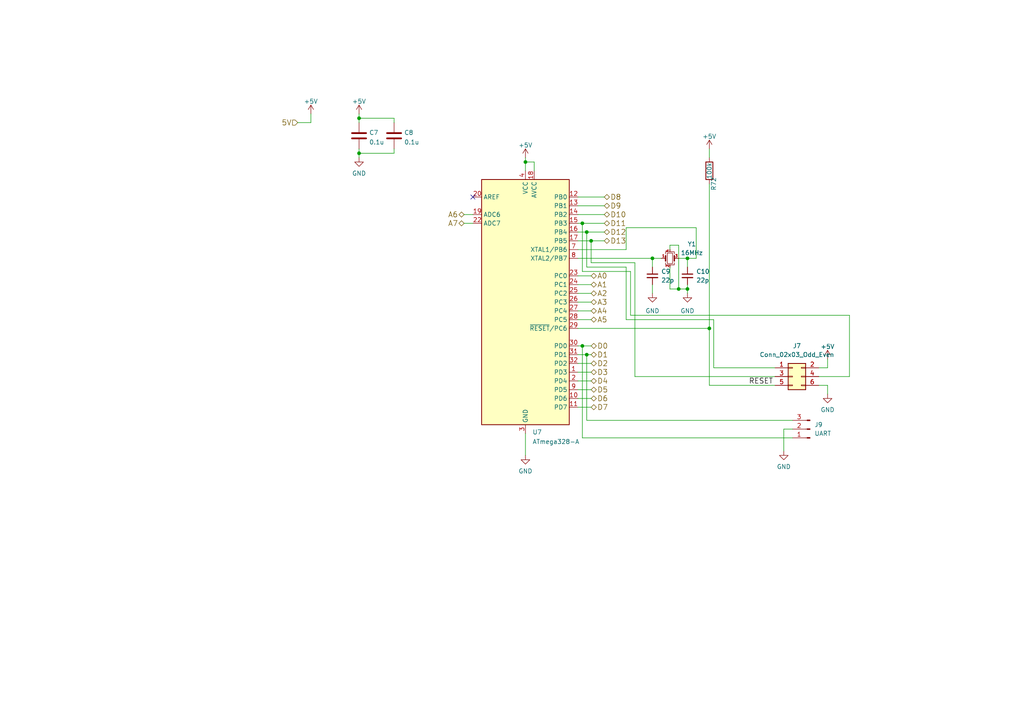
<source format=kicad_sch>
(kicad_sch (version 20211123) (generator eeschema)

  (uuid 84e0fbe8-5d0e-4f1c-8fc3-f232ddea65d5)

  (paper "A4")

  (lib_symbols
    (symbol "Connector:Conn_01x03_Male" (pin_names (offset 1.016) hide) (in_bom yes) (on_board yes)
      (property "Reference" "J" (id 0) (at 0 5.08 0)
        (effects (font (size 1.27 1.27)))
      )
      (property "Value" "Conn_01x03_Male" (id 1) (at 0 -5.08 0)
        (effects (font (size 1.27 1.27)))
      )
      (property "Footprint" "" (id 2) (at 0 0 0)
        (effects (font (size 1.27 1.27)) hide)
      )
      (property "Datasheet" "~" (id 3) (at 0 0 0)
        (effects (font (size 1.27 1.27)) hide)
      )
      (property "ki_keywords" "connector" (id 4) (at 0 0 0)
        (effects (font (size 1.27 1.27)) hide)
      )
      (property "ki_description" "Generic connector, single row, 01x03, script generated (kicad-library-utils/schlib/autogen/connector/)" (id 5) (at 0 0 0)
        (effects (font (size 1.27 1.27)) hide)
      )
      (property "ki_fp_filters" "Connector*:*_1x??_*" (id 6) (at 0 0 0)
        (effects (font (size 1.27 1.27)) hide)
      )
      (symbol "Conn_01x03_Male_1_1"
        (polyline
          (pts
            (xy 1.27 -2.54)
            (xy 0.8636 -2.54)
          )
          (stroke (width 0.1524) (type default) (color 0 0 0 0))
          (fill (type none))
        )
        (polyline
          (pts
            (xy 1.27 0)
            (xy 0.8636 0)
          )
          (stroke (width 0.1524) (type default) (color 0 0 0 0))
          (fill (type none))
        )
        (polyline
          (pts
            (xy 1.27 2.54)
            (xy 0.8636 2.54)
          )
          (stroke (width 0.1524) (type default) (color 0 0 0 0))
          (fill (type none))
        )
        (rectangle (start 0.8636 -2.413) (end 0 -2.667)
          (stroke (width 0.1524) (type default) (color 0 0 0 0))
          (fill (type outline))
        )
        (rectangle (start 0.8636 0.127) (end 0 -0.127)
          (stroke (width 0.1524) (type default) (color 0 0 0 0))
          (fill (type outline))
        )
        (rectangle (start 0.8636 2.667) (end 0 2.413)
          (stroke (width 0.1524) (type default) (color 0 0 0 0))
          (fill (type outline))
        )
        (pin passive line (at 5.08 2.54 180) (length 3.81)
          (name "Pin_1" (effects (font (size 1.27 1.27))))
          (number "1" (effects (font (size 1.27 1.27))))
        )
        (pin passive line (at 5.08 0 180) (length 3.81)
          (name "Pin_2" (effects (font (size 1.27 1.27))))
          (number "2" (effects (font (size 1.27 1.27))))
        )
        (pin passive line (at 5.08 -2.54 180) (length 3.81)
          (name "Pin_3" (effects (font (size 1.27 1.27))))
          (number "3" (effects (font (size 1.27 1.27))))
        )
      )
    )
    (symbol "Connector_Generic:Conn_02x03_Odd_Even" (pin_names (offset 1.016) hide) (in_bom yes) (on_board yes)
      (property "Reference" "J" (id 0) (at 1.27 5.08 0)
        (effects (font (size 1.27 1.27)))
      )
      (property "Value" "Conn_02x03_Odd_Even" (id 1) (at 1.27 -5.08 0)
        (effects (font (size 1.27 1.27)))
      )
      (property "Footprint" "" (id 2) (at 0 0 0)
        (effects (font (size 1.27 1.27)) hide)
      )
      (property "Datasheet" "~" (id 3) (at 0 0 0)
        (effects (font (size 1.27 1.27)) hide)
      )
      (property "ki_keywords" "connector" (id 4) (at 0 0 0)
        (effects (font (size 1.27 1.27)) hide)
      )
      (property "ki_description" "Generic connector, double row, 02x03, odd/even pin numbering scheme (row 1 odd numbers, row 2 even numbers), script generated (kicad-library-utils/schlib/autogen/connector/)" (id 5) (at 0 0 0)
        (effects (font (size 1.27 1.27)) hide)
      )
      (property "ki_fp_filters" "Connector*:*_2x??_*" (id 6) (at 0 0 0)
        (effects (font (size 1.27 1.27)) hide)
      )
      (symbol "Conn_02x03_Odd_Even_1_1"
        (rectangle (start -1.27 -2.413) (end 0 -2.667)
          (stroke (width 0.1524) (type default) (color 0 0 0 0))
          (fill (type none))
        )
        (rectangle (start -1.27 0.127) (end 0 -0.127)
          (stroke (width 0.1524) (type default) (color 0 0 0 0))
          (fill (type none))
        )
        (rectangle (start -1.27 2.667) (end 0 2.413)
          (stroke (width 0.1524) (type default) (color 0 0 0 0))
          (fill (type none))
        )
        (rectangle (start -1.27 3.81) (end 3.81 -3.81)
          (stroke (width 0.254) (type default) (color 0 0 0 0))
          (fill (type background))
        )
        (rectangle (start 3.81 -2.413) (end 2.54 -2.667)
          (stroke (width 0.1524) (type default) (color 0 0 0 0))
          (fill (type none))
        )
        (rectangle (start 3.81 0.127) (end 2.54 -0.127)
          (stroke (width 0.1524) (type default) (color 0 0 0 0))
          (fill (type none))
        )
        (rectangle (start 3.81 2.667) (end 2.54 2.413)
          (stroke (width 0.1524) (type default) (color 0 0 0 0))
          (fill (type none))
        )
        (pin passive line (at -5.08 2.54 0) (length 3.81)
          (name "Pin_1" (effects (font (size 1.27 1.27))))
          (number "1" (effects (font (size 1.27 1.27))))
        )
        (pin passive line (at 7.62 2.54 180) (length 3.81)
          (name "Pin_2" (effects (font (size 1.27 1.27))))
          (number "2" (effects (font (size 1.27 1.27))))
        )
        (pin passive line (at -5.08 0 0) (length 3.81)
          (name "Pin_3" (effects (font (size 1.27 1.27))))
          (number "3" (effects (font (size 1.27 1.27))))
        )
        (pin passive line (at 7.62 0 180) (length 3.81)
          (name "Pin_4" (effects (font (size 1.27 1.27))))
          (number "4" (effects (font (size 1.27 1.27))))
        )
        (pin passive line (at -5.08 -2.54 0) (length 3.81)
          (name "Pin_5" (effects (font (size 1.27 1.27))))
          (number "5" (effects (font (size 1.27 1.27))))
        )
        (pin passive line (at 7.62 -2.54 180) (length 3.81)
          (name "Pin_6" (effects (font (size 1.27 1.27))))
          (number "6" (effects (font (size 1.27 1.27))))
        )
      )
    )
    (symbol "Device:C" (pin_numbers hide) (pin_names (offset 0.254)) (in_bom yes) (on_board yes)
      (property "Reference" "C" (id 0) (at 0.635 2.54 0)
        (effects (font (size 1.27 1.27)) (justify left))
      )
      (property "Value" "C" (id 1) (at 0.635 -2.54 0)
        (effects (font (size 1.27 1.27)) (justify left))
      )
      (property "Footprint" "" (id 2) (at 0.9652 -3.81 0)
        (effects (font (size 1.27 1.27)) hide)
      )
      (property "Datasheet" "~" (id 3) (at 0 0 0)
        (effects (font (size 1.27 1.27)) hide)
      )
      (property "ki_keywords" "cap capacitor" (id 4) (at 0 0 0)
        (effects (font (size 1.27 1.27)) hide)
      )
      (property "ki_description" "Unpolarized capacitor" (id 5) (at 0 0 0)
        (effects (font (size 1.27 1.27)) hide)
      )
      (property "ki_fp_filters" "C_*" (id 6) (at 0 0 0)
        (effects (font (size 1.27 1.27)) hide)
      )
      (symbol "C_0_1"
        (polyline
          (pts
            (xy -2.032 -0.762)
            (xy 2.032 -0.762)
          )
          (stroke (width 0.508) (type default) (color 0 0 0 0))
          (fill (type none))
        )
        (polyline
          (pts
            (xy -2.032 0.762)
            (xy 2.032 0.762)
          )
          (stroke (width 0.508) (type default) (color 0 0 0 0))
          (fill (type none))
        )
      )
      (symbol "C_1_1"
        (pin passive line (at 0 3.81 270) (length 2.794)
          (name "~" (effects (font (size 1.27 1.27))))
          (number "1" (effects (font (size 1.27 1.27))))
        )
        (pin passive line (at 0 -3.81 90) (length 2.794)
          (name "~" (effects (font (size 1.27 1.27))))
          (number "2" (effects (font (size 1.27 1.27))))
        )
      )
    )
    (symbol "Device:C_Small" (pin_numbers hide) (pin_names (offset 0.254) hide) (in_bom yes) (on_board yes)
      (property "Reference" "C" (id 0) (at 0.254 1.778 0)
        (effects (font (size 1.27 1.27)) (justify left))
      )
      (property "Value" "C_Small" (id 1) (at 0.254 -2.032 0)
        (effects (font (size 1.27 1.27)) (justify left))
      )
      (property "Footprint" "" (id 2) (at 0 0 0)
        (effects (font (size 1.27 1.27)) hide)
      )
      (property "Datasheet" "~" (id 3) (at 0 0 0)
        (effects (font (size 1.27 1.27)) hide)
      )
      (property "ki_keywords" "capacitor cap" (id 4) (at 0 0 0)
        (effects (font (size 1.27 1.27)) hide)
      )
      (property "ki_description" "Unpolarized capacitor, small symbol" (id 5) (at 0 0 0)
        (effects (font (size 1.27 1.27)) hide)
      )
      (property "ki_fp_filters" "C_*" (id 6) (at 0 0 0)
        (effects (font (size 1.27 1.27)) hide)
      )
      (symbol "C_Small_0_1"
        (polyline
          (pts
            (xy -1.524 -0.508)
            (xy 1.524 -0.508)
          )
          (stroke (width 0.3302) (type default) (color 0 0 0 0))
          (fill (type none))
        )
        (polyline
          (pts
            (xy -1.524 0.508)
            (xy 1.524 0.508)
          )
          (stroke (width 0.3048) (type default) (color 0 0 0 0))
          (fill (type none))
        )
      )
      (symbol "C_Small_1_1"
        (pin passive line (at 0 2.54 270) (length 2.032)
          (name "~" (effects (font (size 1.27 1.27))))
          (number "1" (effects (font (size 1.27 1.27))))
        )
        (pin passive line (at 0 -2.54 90) (length 2.032)
          (name "~" (effects (font (size 1.27 1.27))))
          (number "2" (effects (font (size 1.27 1.27))))
        )
      )
    )
    (symbol "Device:Crystal_GND24_Small" (pin_names (offset 1.016) hide) (in_bom yes) (on_board yes)
      (property "Reference" "Y" (id 0) (at 1.27 4.445 0)
        (effects (font (size 1.27 1.27)) (justify left))
      )
      (property "Value" "Crystal_GND24_Small" (id 1) (at 1.27 2.54 0)
        (effects (font (size 1.27 1.27)) (justify left))
      )
      (property "Footprint" "" (id 2) (at 0 0 0)
        (effects (font (size 1.27 1.27)) hide)
      )
      (property "Datasheet" "~" (id 3) (at 0 0 0)
        (effects (font (size 1.27 1.27)) hide)
      )
      (property "ki_keywords" "quartz ceramic resonator oscillator" (id 4) (at 0 0 0)
        (effects (font (size 1.27 1.27)) hide)
      )
      (property "ki_description" "Four pin crystal, GND on pins 2 and 4, small symbol" (id 5) (at 0 0 0)
        (effects (font (size 1.27 1.27)) hide)
      )
      (property "ki_fp_filters" "Crystal*" (id 6) (at 0 0 0)
        (effects (font (size 1.27 1.27)) hide)
      )
      (symbol "Crystal_GND24_Small_0_1"
        (rectangle (start -0.762 -1.524) (end 0.762 1.524)
          (stroke (width 0) (type default) (color 0 0 0 0))
          (fill (type none))
        )
        (polyline
          (pts
            (xy -1.27 -0.762)
            (xy -1.27 0.762)
          )
          (stroke (width 0.381) (type default) (color 0 0 0 0))
          (fill (type none))
        )
        (polyline
          (pts
            (xy 1.27 -0.762)
            (xy 1.27 0.762)
          )
          (stroke (width 0.381) (type default) (color 0 0 0 0))
          (fill (type none))
        )
        (polyline
          (pts
            (xy -1.27 -1.27)
            (xy -1.27 -1.905)
            (xy 1.27 -1.905)
            (xy 1.27 -1.27)
          )
          (stroke (width 0) (type default) (color 0 0 0 0))
          (fill (type none))
        )
        (polyline
          (pts
            (xy -1.27 1.27)
            (xy -1.27 1.905)
            (xy 1.27 1.905)
            (xy 1.27 1.27)
          )
          (stroke (width 0) (type default) (color 0 0 0 0))
          (fill (type none))
        )
      )
      (symbol "Crystal_GND24_Small_1_1"
        (pin passive line (at -2.54 0 0) (length 1.27)
          (name "1" (effects (font (size 1.27 1.27))))
          (number "1" (effects (font (size 0.762 0.762))))
        )
        (pin passive line (at 0 -2.54 90) (length 0.635)
          (name "2" (effects (font (size 1.27 1.27))))
          (number "2" (effects (font (size 0.762 0.762))))
        )
        (pin passive line (at 2.54 0 180) (length 1.27)
          (name "3" (effects (font (size 1.27 1.27))))
          (number "3" (effects (font (size 0.762 0.762))))
        )
        (pin passive line (at 0 2.54 270) (length 0.635)
          (name "4" (effects (font (size 1.27 1.27))))
          (number "4" (effects (font (size 0.762 0.762))))
        )
      )
    )
    (symbol "Device:R" (pin_numbers hide) (pin_names (offset 0)) (in_bom yes) (on_board yes)
      (property "Reference" "R" (id 0) (at 2.032 0 90)
        (effects (font (size 1.27 1.27)))
      )
      (property "Value" "R" (id 1) (at 0 0 90)
        (effects (font (size 1.27 1.27)))
      )
      (property "Footprint" "" (id 2) (at -1.778 0 90)
        (effects (font (size 1.27 1.27)) hide)
      )
      (property "Datasheet" "~" (id 3) (at 0 0 0)
        (effects (font (size 1.27 1.27)) hide)
      )
      (property "ki_keywords" "R res resistor" (id 4) (at 0 0 0)
        (effects (font (size 1.27 1.27)) hide)
      )
      (property "ki_description" "Resistor" (id 5) (at 0 0 0)
        (effects (font (size 1.27 1.27)) hide)
      )
      (property "ki_fp_filters" "R_*" (id 6) (at 0 0 0)
        (effects (font (size 1.27 1.27)) hide)
      )
      (symbol "R_0_1"
        (rectangle (start -1.016 -2.54) (end 1.016 2.54)
          (stroke (width 0.254) (type default) (color 0 0 0 0))
          (fill (type none))
        )
      )
      (symbol "R_1_1"
        (pin passive line (at 0 3.81 270) (length 1.27)
          (name "~" (effects (font (size 1.27 1.27))))
          (number "1" (effects (font (size 1.27 1.27))))
        )
        (pin passive line (at 0 -3.81 90) (length 1.27)
          (name "~" (effects (font (size 1.27 1.27))))
          (number "2" (effects (font (size 1.27 1.27))))
        )
      )
    )
    (symbol "MCU_Microchip_ATmega:ATmega328-A" (in_bom yes) (on_board yes)
      (property "Reference" "U" (id 0) (at -12.7 36.83 0)
        (effects (font (size 1.27 1.27)) (justify left bottom))
      )
      (property "Value" "ATmega328-A" (id 1) (at 2.54 -36.83 0)
        (effects (font (size 1.27 1.27)) (justify left top))
      )
      (property "Footprint" "Package_QFP:TQFP-32_7x7mm_P0.8mm" (id 2) (at 0 0 0)
        (effects (font (size 1.27 1.27) italic) hide)
      )
      (property "Datasheet" "http://ww1.microchip.com/downloads/en/DeviceDoc/ATmega328_P%20AVR%20MCU%20with%20picoPower%20Technology%20Data%20Sheet%2040001984A.pdf" (id 3) (at 0 0 0)
        (effects (font (size 1.27 1.27)) hide)
      )
      (property "ki_keywords" "AVR 8bit Microcontroller MegaAVR" (id 4) (at 0 0 0)
        (effects (font (size 1.27 1.27)) hide)
      )
      (property "ki_description" "20MHz, 32kB Flash, 2kB SRAM, 1kB EEPROM, TQFP-32" (id 5) (at 0 0 0)
        (effects (font (size 1.27 1.27)) hide)
      )
      (property "ki_fp_filters" "TQFP*7x7mm*P0.8mm*" (id 6) (at 0 0 0)
        (effects (font (size 1.27 1.27)) hide)
      )
      (symbol "ATmega328-A_0_1"
        (rectangle (start -12.7 -35.56) (end 12.7 35.56)
          (stroke (width 0.254) (type default) (color 0 0 0 0))
          (fill (type background))
        )
      )
      (symbol "ATmega328-A_1_1"
        (pin bidirectional line (at 15.24 -20.32 180) (length 2.54)
          (name "PD3" (effects (font (size 1.27 1.27))))
          (number "1" (effects (font (size 1.27 1.27))))
        )
        (pin bidirectional line (at 15.24 -27.94 180) (length 2.54)
          (name "PD6" (effects (font (size 1.27 1.27))))
          (number "10" (effects (font (size 1.27 1.27))))
        )
        (pin bidirectional line (at 15.24 -30.48 180) (length 2.54)
          (name "PD7" (effects (font (size 1.27 1.27))))
          (number "11" (effects (font (size 1.27 1.27))))
        )
        (pin bidirectional line (at 15.24 30.48 180) (length 2.54)
          (name "PB0" (effects (font (size 1.27 1.27))))
          (number "12" (effects (font (size 1.27 1.27))))
        )
        (pin bidirectional line (at 15.24 27.94 180) (length 2.54)
          (name "PB1" (effects (font (size 1.27 1.27))))
          (number "13" (effects (font (size 1.27 1.27))))
        )
        (pin bidirectional line (at 15.24 25.4 180) (length 2.54)
          (name "PB2" (effects (font (size 1.27 1.27))))
          (number "14" (effects (font (size 1.27 1.27))))
        )
        (pin bidirectional line (at 15.24 22.86 180) (length 2.54)
          (name "PB3" (effects (font (size 1.27 1.27))))
          (number "15" (effects (font (size 1.27 1.27))))
        )
        (pin bidirectional line (at 15.24 20.32 180) (length 2.54)
          (name "PB4" (effects (font (size 1.27 1.27))))
          (number "16" (effects (font (size 1.27 1.27))))
        )
        (pin bidirectional line (at 15.24 17.78 180) (length 2.54)
          (name "PB5" (effects (font (size 1.27 1.27))))
          (number "17" (effects (font (size 1.27 1.27))))
        )
        (pin power_in line (at 2.54 38.1 270) (length 2.54)
          (name "AVCC" (effects (font (size 1.27 1.27))))
          (number "18" (effects (font (size 1.27 1.27))))
        )
        (pin input line (at -15.24 25.4 0) (length 2.54)
          (name "ADC6" (effects (font (size 1.27 1.27))))
          (number "19" (effects (font (size 1.27 1.27))))
        )
        (pin bidirectional line (at 15.24 -22.86 180) (length 2.54)
          (name "PD4" (effects (font (size 1.27 1.27))))
          (number "2" (effects (font (size 1.27 1.27))))
        )
        (pin passive line (at -15.24 30.48 0) (length 2.54)
          (name "AREF" (effects (font (size 1.27 1.27))))
          (number "20" (effects (font (size 1.27 1.27))))
        )
        (pin passive line (at 0 -38.1 90) (length 2.54) hide
          (name "GND" (effects (font (size 1.27 1.27))))
          (number "21" (effects (font (size 1.27 1.27))))
        )
        (pin input line (at -15.24 22.86 0) (length 2.54)
          (name "ADC7" (effects (font (size 1.27 1.27))))
          (number "22" (effects (font (size 1.27 1.27))))
        )
        (pin bidirectional line (at 15.24 7.62 180) (length 2.54)
          (name "PC0" (effects (font (size 1.27 1.27))))
          (number "23" (effects (font (size 1.27 1.27))))
        )
        (pin bidirectional line (at 15.24 5.08 180) (length 2.54)
          (name "PC1" (effects (font (size 1.27 1.27))))
          (number "24" (effects (font (size 1.27 1.27))))
        )
        (pin bidirectional line (at 15.24 2.54 180) (length 2.54)
          (name "PC2" (effects (font (size 1.27 1.27))))
          (number "25" (effects (font (size 1.27 1.27))))
        )
        (pin bidirectional line (at 15.24 0 180) (length 2.54)
          (name "PC3" (effects (font (size 1.27 1.27))))
          (number "26" (effects (font (size 1.27 1.27))))
        )
        (pin bidirectional line (at 15.24 -2.54 180) (length 2.54)
          (name "PC4" (effects (font (size 1.27 1.27))))
          (number "27" (effects (font (size 1.27 1.27))))
        )
        (pin bidirectional line (at 15.24 -5.08 180) (length 2.54)
          (name "PC5" (effects (font (size 1.27 1.27))))
          (number "28" (effects (font (size 1.27 1.27))))
        )
        (pin bidirectional line (at 15.24 -7.62 180) (length 2.54)
          (name "~{RESET}/PC6" (effects (font (size 1.27 1.27))))
          (number "29" (effects (font (size 1.27 1.27))))
        )
        (pin power_in line (at 0 -38.1 90) (length 2.54)
          (name "GND" (effects (font (size 1.27 1.27))))
          (number "3" (effects (font (size 1.27 1.27))))
        )
        (pin bidirectional line (at 15.24 -12.7 180) (length 2.54)
          (name "PD0" (effects (font (size 1.27 1.27))))
          (number "30" (effects (font (size 1.27 1.27))))
        )
        (pin bidirectional line (at 15.24 -15.24 180) (length 2.54)
          (name "PD1" (effects (font (size 1.27 1.27))))
          (number "31" (effects (font (size 1.27 1.27))))
        )
        (pin bidirectional line (at 15.24 -17.78 180) (length 2.54)
          (name "PD2" (effects (font (size 1.27 1.27))))
          (number "32" (effects (font (size 1.27 1.27))))
        )
        (pin power_in line (at 0 38.1 270) (length 2.54)
          (name "VCC" (effects (font (size 1.27 1.27))))
          (number "4" (effects (font (size 1.27 1.27))))
        )
        (pin passive line (at 0 -38.1 90) (length 2.54) hide
          (name "GND" (effects (font (size 1.27 1.27))))
          (number "5" (effects (font (size 1.27 1.27))))
        )
        (pin passive line (at 0 38.1 270) (length 2.54) hide
          (name "VCC" (effects (font (size 1.27 1.27))))
          (number "6" (effects (font (size 1.27 1.27))))
        )
        (pin bidirectional line (at 15.24 15.24 180) (length 2.54)
          (name "XTAL1/PB6" (effects (font (size 1.27 1.27))))
          (number "7" (effects (font (size 1.27 1.27))))
        )
        (pin bidirectional line (at 15.24 12.7 180) (length 2.54)
          (name "XTAL2/PB7" (effects (font (size 1.27 1.27))))
          (number "8" (effects (font (size 1.27 1.27))))
        )
        (pin bidirectional line (at 15.24 -25.4 180) (length 2.54)
          (name "PD5" (effects (font (size 1.27 1.27))))
          (number "9" (effects (font (size 1.27 1.27))))
        )
      )
    )
    (symbol "power:+5V" (power) (pin_names (offset 0)) (in_bom yes) (on_board yes)
      (property "Reference" "#PWR" (id 0) (at 0 -3.81 0)
        (effects (font (size 1.27 1.27)) hide)
      )
      (property "Value" "+5V" (id 1) (at 0 3.556 0)
        (effects (font (size 1.27 1.27)))
      )
      (property "Footprint" "" (id 2) (at 0 0 0)
        (effects (font (size 1.27 1.27)) hide)
      )
      (property "Datasheet" "" (id 3) (at 0 0 0)
        (effects (font (size 1.27 1.27)) hide)
      )
      (property "ki_keywords" "power-flag" (id 4) (at 0 0 0)
        (effects (font (size 1.27 1.27)) hide)
      )
      (property "ki_description" "Power symbol creates a global label with name \"+5V\"" (id 5) (at 0 0 0)
        (effects (font (size 1.27 1.27)) hide)
      )
      (symbol "+5V_0_1"
        (polyline
          (pts
            (xy -0.762 1.27)
            (xy 0 2.54)
          )
          (stroke (width 0) (type default) (color 0 0 0 0))
          (fill (type none))
        )
        (polyline
          (pts
            (xy 0 0)
            (xy 0 2.54)
          )
          (stroke (width 0) (type default) (color 0 0 0 0))
          (fill (type none))
        )
        (polyline
          (pts
            (xy 0 2.54)
            (xy 0.762 1.27)
          )
          (stroke (width 0) (type default) (color 0 0 0 0))
          (fill (type none))
        )
      )
      (symbol "+5V_1_1"
        (pin power_in line (at 0 0 90) (length 0) hide
          (name "+5V" (effects (font (size 1.27 1.27))))
          (number "1" (effects (font (size 1.27 1.27))))
        )
      )
    )
    (symbol "power:GND" (power) (pin_names (offset 0)) (in_bom yes) (on_board yes)
      (property "Reference" "#PWR" (id 0) (at 0 -6.35 0)
        (effects (font (size 1.27 1.27)) hide)
      )
      (property "Value" "GND" (id 1) (at 0 -3.81 0)
        (effects (font (size 1.27 1.27)))
      )
      (property "Footprint" "" (id 2) (at 0 0 0)
        (effects (font (size 1.27 1.27)) hide)
      )
      (property "Datasheet" "" (id 3) (at 0 0 0)
        (effects (font (size 1.27 1.27)) hide)
      )
      (property "ki_keywords" "power-flag" (id 4) (at 0 0 0)
        (effects (font (size 1.27 1.27)) hide)
      )
      (property "ki_description" "Power symbol creates a global label with name \"GND\" , ground" (id 5) (at 0 0 0)
        (effects (font (size 1.27 1.27)) hide)
      )
      (symbol "GND_0_1"
        (polyline
          (pts
            (xy 0 0)
            (xy 0 -1.27)
            (xy 1.27 -1.27)
            (xy 0 -2.54)
            (xy -1.27 -1.27)
            (xy 0 -1.27)
          )
          (stroke (width 0) (type default) (color 0 0 0 0))
          (fill (type none))
        )
      )
      (symbol "GND_1_1"
        (pin power_in line (at 0 0 270) (length 0) hide
          (name "GND" (effects (font (size 1.27 1.27))))
          (number "1" (effects (font (size 1.27 1.27))))
        )
      )
    )
  )

  (junction (at 189.23 74.93) (diameter 0) (color 0 0 0 0)
    (uuid 230d9e28-e409-4d13-8ad8-0e6a6620f3de)
  )
  (junction (at 152.4 46.99) (diameter 0) (color 0 0 0 0)
    (uuid 28c08f02-c03a-4337-99a2-7c8f9b2b399e)
  )
  (junction (at 170.18 67.31) (diameter 0) (color 0 0 0 0)
    (uuid 4590e23b-8d5e-45c4-be4f-88721392542c)
  )
  (junction (at 199.39 83.82) (diameter 0) (color 0 0 0 0)
    (uuid 5852a1ab-a2ab-4b04-bd00-0b2d730b6e33)
  )
  (junction (at 168.91 64.77) (diameter 0) (color 0 0 0 0)
    (uuid 61c0cdb3-4bec-4523-9b81-3c9c92442285)
  )
  (junction (at 196.85 83.82) (diameter 0) (color 0 0 0 0)
    (uuid 72066745-080d-45ea-8d9a-0f3c15f4c4fc)
  )
  (junction (at 171.45 69.85) (diameter 0) (color 0 0 0 0)
    (uuid 8619b003-4ddf-4ed8-abee-c68340460103)
  )
  (junction (at 104.14 34.29) (diameter 0) (color 0 0 0 0)
    (uuid 8956d0d0-3bfc-4316-b733-49f13855608d)
  )
  (junction (at 170.18 102.87) (diameter 0) (color 0 0 0 0)
    (uuid 8cc1b670-232a-4b49-9853-5c4c4e24c799)
  )
  (junction (at 205.74 95.25) (diameter 0) (color 0 0 0 0)
    (uuid acf39ce5-1b36-49a9-befb-91c6985b0534)
  )
  (junction (at 199.39 74.93) (diameter 0) (color 0 0 0 0)
    (uuid cf1909d9-cfb9-40d4-862f-5a020eba6214)
  )
  (junction (at 168.91 100.33) (diameter 0) (color 0 0 0 0)
    (uuid e93f19e9-43ce-43d1-b62c-34e9c93c0ad1)
  )
  (junction (at 104.14 44.45) (diameter 0) (color 0 0 0 0)
    (uuid fe75ef20-3a00-4318-9f15-3e25a47683dc)
  )

  (no_connect (at 137.16 57.15) (uuid 7686b7f1-2c76-47c7-95a8-492961868f96))

  (wire (pts (xy 181.61 77.47) (xy 181.61 92.71))
    (stroke (width 0) (type default) (color 0 0 0 0))
    (uuid 005d1692-50c9-4445-80a8-34eec65c98b4)
  )
  (wire (pts (xy 168.91 64.77) (xy 175.26 64.77))
    (stroke (width 0) (type default) (color 0 0 0 0))
    (uuid 0487b507-c9a1-41bc-859b-2c8e3fe6b107)
  )
  (wire (pts (xy 237.49 106.68) (xy 240.03 106.68))
    (stroke (width 0) (type default) (color 0 0 0 0))
    (uuid 0715ee23-130e-42b5-86bc-9283665d1350)
  )
  (wire (pts (xy 104.14 44.45) (xy 114.3 44.45))
    (stroke (width 0) (type default) (color 0 0 0 0))
    (uuid 0b6ba80d-0be7-4c8d-9cdb-308fd0f994d0)
  )
  (wire (pts (xy 194.31 77.47) (xy 194.31 83.82))
    (stroke (width 0) (type default) (color 0 0 0 0))
    (uuid 14a77aa2-14ec-4e88-86a7-80a991a1380e)
  )
  (wire (pts (xy 171.45 69.85) (xy 171.45 76.2))
    (stroke (width 0) (type default) (color 0 0 0 0))
    (uuid 18e683a1-86c3-4943-9b7d-c17d891c0699)
  )
  (wire (pts (xy 167.64 92.71) (xy 171.45 92.71))
    (stroke (width 0) (type default) (color 0 0 0 0))
    (uuid 1ab914a6-00c7-4e05-8d18-94c746539b37)
  )
  (wire (pts (xy 167.64 118.11) (xy 171.45 118.11))
    (stroke (width 0) (type default) (color 0 0 0 0))
    (uuid 1cc187f8-eccc-4731-bab6-fe316f042d7d)
  )
  (wire (pts (xy 205.74 111.76) (xy 205.74 95.25))
    (stroke (width 0) (type default) (color 0 0 0 0))
    (uuid 20bf0068-3d44-4cb4-8d82-20e583c9a0c1)
  )
  (wire (pts (xy 196.85 71.12) (xy 196.85 83.82))
    (stroke (width 0) (type default) (color 0 0 0 0))
    (uuid 2508fd19-5bf8-43a3-80e9-f9bbc5750434)
  )
  (wire (pts (xy 196.85 83.82) (xy 199.39 83.82))
    (stroke (width 0) (type default) (color 0 0 0 0))
    (uuid 255a8407-b331-4766-84fa-21e7843461cb)
  )
  (wire (pts (xy 194.31 72.39) (xy 194.31 71.12))
    (stroke (width 0) (type default) (color 0 0 0 0))
    (uuid 25f459d1-ca78-4aec-9071-38f0fb2ad9aa)
  )
  (wire (pts (xy 167.64 100.33) (xy 168.91 100.33))
    (stroke (width 0) (type default) (color 0 0 0 0))
    (uuid 260f69bf-dce6-477d-8091-f7bee63db899)
  )
  (wire (pts (xy 167.64 82.55) (xy 171.45 82.55))
    (stroke (width 0) (type default) (color 0 0 0 0))
    (uuid 2851813c-4f4a-42fd-8e84-50ad44e74cae)
  )
  (wire (pts (xy 170.18 121.92) (xy 229.87 121.92))
    (stroke (width 0) (type default) (color 0 0 0 0))
    (uuid 29d7b3f9-6362-4ec7-b829-504f3e8f5c8a)
  )
  (wire (pts (xy 114.3 34.29) (xy 114.3 35.56))
    (stroke (width 0) (type default) (color 0 0 0 0))
    (uuid 2a21f161-c3f6-4461-a3cc-45fb053261c5)
  )
  (wire (pts (xy 104.14 33.02) (xy 104.14 34.29))
    (stroke (width 0) (type default) (color 0 0 0 0))
    (uuid 2ac95c9e-7f2e-404a-b029-c2f61a5b83cd)
  )
  (wire (pts (xy 207.01 106.68) (xy 224.79 106.68))
    (stroke (width 0) (type default) (color 0 0 0 0))
    (uuid 2d323e8a-5f80-497e-bcc2-b0400af24a41)
  )
  (wire (pts (xy 167.64 72.39) (xy 181.61 72.39))
    (stroke (width 0) (type default) (color 0 0 0 0))
    (uuid 2ead528c-b197-4b2b-a039-de44acde1b07)
  )
  (wire (pts (xy 199.39 83.82) (xy 199.39 85.09))
    (stroke (width 0) (type default) (color 0 0 0 0))
    (uuid 340cd5fb-3254-4cf1-a454-13b194848411)
  )
  (wire (pts (xy 194.31 83.82) (xy 196.85 83.82))
    (stroke (width 0) (type default) (color 0 0 0 0))
    (uuid 34f8af70-9f83-4b29-90cf-6273fa0be2e8)
  )
  (wire (pts (xy 201.93 74.93) (xy 201.93 66.04))
    (stroke (width 0) (type default) (color 0 0 0 0))
    (uuid 38240a24-aa5f-4c73-80cd-ff2d517c8831)
  )
  (wire (pts (xy 152.4 46.99) (xy 152.4 49.53))
    (stroke (width 0) (type default) (color 0 0 0 0))
    (uuid 3da51d6c-bdf2-4388-9e27-94deaed47f1c)
  )
  (wire (pts (xy 189.23 82.55) (xy 189.23 85.09))
    (stroke (width 0) (type default) (color 0 0 0 0))
    (uuid 40b15767-5fd6-4982-9b4c-344a2ce684da)
  )
  (wire (pts (xy 170.18 77.47) (xy 181.61 77.47))
    (stroke (width 0) (type default) (color 0 0 0 0))
    (uuid 4148b4a6-f661-45e1-be9a-a93d7bf5aa74)
  )
  (wire (pts (xy 167.64 90.17) (xy 171.45 90.17))
    (stroke (width 0) (type default) (color 0 0 0 0))
    (uuid 43082647-2828-4326-b179-5564b3a99ec0)
  )
  (wire (pts (xy 184.15 76.2) (xy 184.15 109.22))
    (stroke (width 0) (type default) (color 0 0 0 0))
    (uuid 44ec0c33-6823-4962-b2b7-8d755eee8904)
  )
  (wire (pts (xy 104.14 43.18) (xy 104.14 44.45))
    (stroke (width 0) (type default) (color 0 0 0 0))
    (uuid 474b9c08-f27d-4575-a70a-b46ef84c8a62)
  )
  (wire (pts (xy 167.64 67.31) (xy 170.18 67.31))
    (stroke (width 0) (type default) (color 0 0 0 0))
    (uuid 48c50149-6459-40b1-adf4-39d288a8925c)
  )
  (wire (pts (xy 171.45 76.2) (xy 184.15 76.2))
    (stroke (width 0) (type default) (color 0 0 0 0))
    (uuid 4a486310-b3fd-4569-b267-36d5e173ff2e)
  )
  (wire (pts (xy 205.74 111.76) (xy 224.79 111.76))
    (stroke (width 0) (type default) (color 0 0 0 0))
    (uuid 4aaa162a-fdc6-4d9d-82f6-13bbb7b08ecf)
  )
  (wire (pts (xy 227.33 124.46) (xy 227.33 130.81))
    (stroke (width 0) (type default) (color 0 0 0 0))
    (uuid 512d428f-eb20-467f-b3dc-ba3bbfc24b76)
  )
  (wire (pts (xy 134.62 64.77) (xy 137.16 64.77))
    (stroke (width 0) (type default) (color 0 0 0 0))
    (uuid 528745a9-de1e-42ec-8464-4766141ab7aa)
  )
  (wire (pts (xy 90.17 35.56) (xy 90.17 33.02))
    (stroke (width 0) (type default) (color 0 0 0 0))
    (uuid 53d4b768-45c3-4e3f-9f0c-ccbff693339c)
  )
  (wire (pts (xy 189.23 74.93) (xy 191.77 74.93))
    (stroke (width 0) (type default) (color 0 0 0 0))
    (uuid 55f18261-92a8-4784-be90-0407bc1caa38)
  )
  (wire (pts (xy 104.14 34.29) (xy 104.14 35.56))
    (stroke (width 0) (type default) (color 0 0 0 0))
    (uuid 59aa8722-8e4c-46a3-93fc-b59f59e75579)
  )
  (wire (pts (xy 168.91 127) (xy 168.91 100.33))
    (stroke (width 0) (type default) (color 0 0 0 0))
    (uuid 5da81578-f2b9-4645-9892-64584fd65ed7)
  )
  (wire (pts (xy 167.64 57.15) (xy 175.26 57.15))
    (stroke (width 0) (type default) (color 0 0 0 0))
    (uuid 5e1ccda5-a997-475c-a565-10e978d13def)
  )
  (wire (pts (xy 182.88 78.74) (xy 182.88 91.44))
    (stroke (width 0) (type default) (color 0 0 0 0))
    (uuid 5e334666-af70-4bbd-b4f0-340a4f0554cb)
  )
  (wire (pts (xy 246.38 109.22) (xy 237.49 109.22))
    (stroke (width 0) (type default) (color 0 0 0 0))
    (uuid 6463b700-e3c8-4ecf-b859-2ccd7a555f71)
  )
  (wire (pts (xy 167.64 62.23) (xy 175.26 62.23))
    (stroke (width 0) (type default) (color 0 0 0 0))
    (uuid 657cd4e0-7159-4348-8b37-b29f731895e1)
  )
  (wire (pts (xy 167.64 95.25) (xy 205.74 95.25))
    (stroke (width 0) (type default) (color 0 0 0 0))
    (uuid 66e6623d-f84e-4f07-b919-158f991a0383)
  )
  (wire (pts (xy 114.3 44.45) (xy 114.3 43.18))
    (stroke (width 0) (type default) (color 0 0 0 0))
    (uuid 684cce3a-79f5-4487-ba8e-cfca856a0a20)
  )
  (wire (pts (xy 152.4 46.99) (xy 154.94 46.99))
    (stroke (width 0) (type default) (color 0 0 0 0))
    (uuid 69d2d864-da81-4fef-b97c-77528a5654ff)
  )
  (wire (pts (xy 167.64 85.09) (xy 171.45 85.09))
    (stroke (width 0) (type default) (color 0 0 0 0))
    (uuid 6ce87132-7ae8-477a-86b8-866f02c6b020)
  )
  (wire (pts (xy 167.64 80.01) (xy 171.45 80.01))
    (stroke (width 0) (type default) (color 0 0 0 0))
    (uuid 6cf0765d-1e50-4941-9ef7-52e3ee1c6c82)
  )
  (wire (pts (xy 167.64 115.57) (xy 171.45 115.57))
    (stroke (width 0) (type default) (color 0 0 0 0))
    (uuid 6e0753c4-324e-4c53-8aef-a7f417bbab3f)
  )
  (wire (pts (xy 167.64 69.85) (xy 171.45 69.85))
    (stroke (width 0) (type default) (color 0 0 0 0))
    (uuid 71ef5e8c-af30-4baa-8ecd-97d5d22ce957)
  )
  (wire (pts (xy 86.36 35.56) (xy 90.17 35.56))
    (stroke (width 0) (type default) (color 0 0 0 0))
    (uuid 73e71f97-b643-41eb-8de7-d50aacb58b1f)
  )
  (wire (pts (xy 196.85 74.93) (xy 199.39 74.93))
    (stroke (width 0) (type default) (color 0 0 0 0))
    (uuid 7865ed7f-fdd1-4b48-b433-f5eb3ce56b9b)
  )
  (wire (pts (xy 229.87 124.46) (xy 227.33 124.46))
    (stroke (width 0) (type default) (color 0 0 0 0))
    (uuid 7c06ef41-5e76-414e-a9e1-3f8ad3ffd66b)
  )
  (wire (pts (xy 168.91 78.74) (xy 182.88 78.74))
    (stroke (width 0) (type default) (color 0 0 0 0))
    (uuid 80cf819f-5c64-4cfe-928a-8988996e68f4)
  )
  (wire (pts (xy 167.64 102.87) (xy 170.18 102.87))
    (stroke (width 0) (type default) (color 0 0 0 0))
    (uuid 8aa2d23c-8a61-413e-a4ae-3a20eefa3368)
  )
  (wire (pts (xy 181.61 92.71) (xy 207.01 92.71))
    (stroke (width 0) (type default) (color 0 0 0 0))
    (uuid 8b3d7efc-42ca-4134-b4ba-0db14eb10d72)
  )
  (wire (pts (xy 154.94 46.99) (xy 154.94 49.53))
    (stroke (width 0) (type default) (color 0 0 0 0))
    (uuid 8cd0a8a8-564e-47c9-9cc7-2135ab36a1d2)
  )
  (wire (pts (xy 167.64 110.49) (xy 171.45 110.49))
    (stroke (width 0) (type default) (color 0 0 0 0))
    (uuid 8de15c2a-8afc-424d-a78e-b76eec57ca74)
  )
  (wire (pts (xy 167.64 59.69) (xy 175.26 59.69))
    (stroke (width 0) (type default) (color 0 0 0 0))
    (uuid 91738f50-d9ae-4a3f-9f74-1b1fe57f4020)
  )
  (wire (pts (xy 167.64 107.95) (xy 171.45 107.95))
    (stroke (width 0) (type default) (color 0 0 0 0))
    (uuid 9524b06c-953c-4a20-943f-f03d2661394f)
  )
  (wire (pts (xy 168.91 64.77) (xy 168.91 78.74))
    (stroke (width 0) (type default) (color 0 0 0 0))
    (uuid ad63fe03-4470-4417-baf3-38c1e2ffd861)
  )
  (wire (pts (xy 152.4 45.72) (xy 152.4 46.99))
    (stroke (width 0) (type default) (color 0 0 0 0))
    (uuid ada0bf55-0ee7-4338-8961-e61bec0dc4bc)
  )
  (wire (pts (xy 246.38 91.44) (xy 246.38 109.22))
    (stroke (width 0) (type default) (color 0 0 0 0))
    (uuid adc96850-caed-4b02-bf54-48579742a2e6)
  )
  (wire (pts (xy 207.01 92.71) (xy 207.01 106.68))
    (stroke (width 0) (type default) (color 0 0 0 0))
    (uuid af4594b7-ad3f-4cfb-a457-4ecc14bbfaa6)
  )
  (wire (pts (xy 182.88 91.44) (xy 246.38 91.44))
    (stroke (width 0) (type default) (color 0 0 0 0))
    (uuid b0c31a29-6c84-46fe-85a1-b34de5aa94e8)
  )
  (wire (pts (xy 240.03 111.76) (xy 240.03 114.3))
    (stroke (width 0) (type default) (color 0 0 0 0))
    (uuid b1f65824-a0b3-4be2-8561-0291f029f72a)
  )
  (wire (pts (xy 205.74 95.25) (xy 205.74 53.34))
    (stroke (width 0) (type default) (color 0 0 0 0))
    (uuid b3aefcb2-01d6-41f6-8572-5034624778f2)
  )
  (wire (pts (xy 167.64 64.77) (xy 168.91 64.77))
    (stroke (width 0) (type default) (color 0 0 0 0))
    (uuid b932399c-1e18-4768-a243-a3f6b8d2eaa5)
  )
  (wire (pts (xy 170.18 67.31) (xy 170.18 77.47))
    (stroke (width 0) (type default) (color 0 0 0 0))
    (uuid b98b9a15-4492-4703-aaa6-9229f084028a)
  )
  (wire (pts (xy 167.64 113.03) (xy 171.45 113.03))
    (stroke (width 0) (type default) (color 0 0 0 0))
    (uuid ba862392-d1fa-411a-94de-c86fb779578f)
  )
  (wire (pts (xy 167.64 105.41) (xy 171.45 105.41))
    (stroke (width 0) (type default) (color 0 0 0 0))
    (uuid c1847f9e-5c74-4141-9ab3-0133a80933ce)
  )
  (wire (pts (xy 189.23 74.93) (xy 189.23 77.47))
    (stroke (width 0) (type default) (color 0 0 0 0))
    (uuid c636dee7-5caa-44f0-b89a-03f138903f06)
  )
  (wire (pts (xy 199.39 74.93) (xy 199.39 77.47))
    (stroke (width 0) (type default) (color 0 0 0 0))
    (uuid c7cf38e4-470d-418b-88be-5dd5be0262b8)
  )
  (wire (pts (xy 104.14 44.45) (xy 104.14 45.72))
    (stroke (width 0) (type default) (color 0 0 0 0))
    (uuid c88ddc1e-4788-4322-8131-f3f7680ea028)
  )
  (wire (pts (xy 104.14 34.29) (xy 114.3 34.29))
    (stroke (width 0) (type default) (color 0 0 0 0))
    (uuid cb1ef16d-df6b-4893-8902-e48ac40eb1be)
  )
  (wire (pts (xy 170.18 102.87) (xy 170.18 121.92))
    (stroke (width 0) (type default) (color 0 0 0 0))
    (uuid cfb9fb48-e559-4b1d-9f69-3c33a49dd7a5)
  )
  (wire (pts (xy 181.61 66.04) (xy 201.93 66.04))
    (stroke (width 0) (type default) (color 0 0 0 0))
    (uuid d16df9c7-cf4f-43b0-a997-1bacbac19671)
  )
  (wire (pts (xy 167.64 74.93) (xy 189.23 74.93))
    (stroke (width 0) (type default) (color 0 0 0 0))
    (uuid d1c6839c-4ac0-4956-9ccc-ba34beb74758)
  )
  (wire (pts (xy 168.91 100.33) (xy 171.45 100.33))
    (stroke (width 0) (type default) (color 0 0 0 0))
    (uuid d3e2aa7f-88da-471e-89c8-08a1a6354321)
  )
  (wire (pts (xy 152.4 125.73) (xy 152.4 132.08))
    (stroke (width 0) (type default) (color 0 0 0 0))
    (uuid d5b482eb-bee0-4b16-afca-c4f9240e49a5)
  )
  (wire (pts (xy 205.74 43.18) (xy 205.74 45.72))
    (stroke (width 0) (type default) (color 0 0 0 0))
    (uuid d712b392-f96a-4fce-aa86-79a8b3ea2961)
  )
  (wire (pts (xy 199.39 82.55) (xy 199.39 83.82))
    (stroke (width 0) (type default) (color 0 0 0 0))
    (uuid e289b562-3d32-4e77-a8c2-5382d1b45af6)
  )
  (wire (pts (xy 170.18 67.31) (xy 175.26 67.31))
    (stroke (width 0) (type default) (color 0 0 0 0))
    (uuid e5ae8e88-90af-43c2-9e8d-2297e87ca4d4)
  )
  (wire (pts (xy 167.64 87.63) (xy 171.45 87.63))
    (stroke (width 0) (type default) (color 0 0 0 0))
    (uuid ed64b8dd-09be-4f4d-bc09-0a4cc1a9a54c)
  )
  (wire (pts (xy 171.45 69.85) (xy 175.26 69.85))
    (stroke (width 0) (type default) (color 0 0 0 0))
    (uuid f364fe49-8e2d-47bf-977b-32464252320c)
  )
  (wire (pts (xy 181.61 72.39) (xy 181.61 66.04))
    (stroke (width 0) (type default) (color 0 0 0 0))
    (uuid f501ba1c-6c21-4b80-b4e6-6bf66ef2e4c9)
  )
  (wire (pts (xy 184.15 109.22) (xy 224.79 109.22))
    (stroke (width 0) (type default) (color 0 0 0 0))
    (uuid f566dda8-2000-40f5-963e-600f959781fd)
  )
  (wire (pts (xy 134.62 62.23) (xy 137.16 62.23))
    (stroke (width 0) (type default) (color 0 0 0 0))
    (uuid f56c15f6-bb10-435b-8130-78124b492ed7)
  )
  (wire (pts (xy 170.18 102.87) (xy 171.45 102.87))
    (stroke (width 0) (type default) (color 0 0 0 0))
    (uuid f5c7c594-6fb5-41da-8a24-8973b1dfc587)
  )
  (wire (pts (xy 237.49 111.76) (xy 240.03 111.76))
    (stroke (width 0) (type default) (color 0 0 0 0))
    (uuid f6486cd2-a763-4672-997e-532ddce795b6)
  )
  (wire (pts (xy 199.39 74.93) (xy 201.93 74.93))
    (stroke (width 0) (type default) (color 0 0 0 0))
    (uuid f73ae886-4308-4737-8af7-8ab5b094f24f)
  )
  (wire (pts (xy 194.31 71.12) (xy 196.85 71.12))
    (stroke (width 0) (type default) (color 0 0 0 0))
    (uuid fa1909f9-387a-4e1c-ab95-ac26baf5316d)
  )
  (wire (pts (xy 229.87 127) (xy 168.91 127))
    (stroke (width 0) (type default) (color 0 0 0 0))
    (uuid fb557d84-5623-449d-99dc-9998836b4c9d)
  )
  (wire (pts (xy 240.03 106.68) (xy 240.03 104.14))
    (stroke (width 0) (type default) (color 0 0 0 0))
    (uuid fb69d18f-5d2e-4646-b1f9-444e5c1e6888)
  )

  (label "RESET" (at 217.17 111.76 0)
    (effects (font (size 1.524 1.524)) (justify left bottom))
    (uuid d5ee23f8-6023-4e62-b7af-04925c25c434)
  )

  (hierarchical_label "A6" (shape bidirectional) (at 134.62 62.23 180)
    (effects (font (size 1.524 1.524)) (justify right))
    (uuid 1a89e8cd-7312-43ff-bd27-10f2210f487e)
  )
  (hierarchical_label "A5" (shape bidirectional) (at 171.45 92.71 0)
    (effects (font (size 1.524 1.524)) (justify left))
    (uuid 2134ed84-848d-4500-99c0-e211d8bc59e3)
  )
  (hierarchical_label "D9" (shape bidirectional) (at 175.26 59.69 0)
    (effects (font (size 1.524 1.524)) (justify left))
    (uuid 265921f6-85e7-48ea-8cb2-b965324b3aec)
  )
  (hierarchical_label "A0" (shape bidirectional) (at 171.45 80.01 0)
    (effects (font (size 1.524 1.524)) (justify left))
    (uuid 26a362da-c848-4fff-8b45-c6740046be01)
  )
  (hierarchical_label "D1" (shape bidirectional) (at 171.45 102.87 0)
    (effects (font (size 1.524 1.524)) (justify left))
    (uuid 28b63ff5-9a0f-4e36-b03c-31e84e5947f4)
  )
  (hierarchical_label "A3" (shape bidirectional) (at 171.45 87.63 0)
    (effects (font (size 1.524 1.524)) (justify left))
    (uuid 3017ff5a-a688-458b-bc91-2b91ea1e010c)
  )
  (hierarchical_label "D10" (shape bidirectional) (at 175.26 62.23 0)
    (effects (font (size 1.524 1.524)) (justify left))
    (uuid 35745192-27d0-434e-8f24-4fa6158c98bd)
  )
  (hierarchical_label "D7" (shape bidirectional) (at 171.45 118.11 0)
    (effects (font (size 1.524 1.524)) (justify left))
    (uuid 3b6785ba-b0db-4d17-919c-b9daca6dc284)
  )
  (hierarchical_label "A2" (shape bidirectional) (at 171.45 85.09 0)
    (effects (font (size 1.524 1.524)) (justify left))
    (uuid 3e2f0641-427b-427e-a57a-6d4fc44c13fd)
  )
  (hierarchical_label "D0" (shape bidirectional) (at 171.45 100.33 0)
    (effects (font (size 1.524 1.524)) (justify left))
    (uuid 4e120d68-8e67-4747-bebb-7fd19b519624)
  )
  (hierarchical_label "D5" (shape bidirectional) (at 171.45 113.03 0)
    (effects (font (size 1.524 1.524)) (justify left))
    (uuid 4eab55a2-5545-47a3-b9b3-c4c469a39d25)
  )
  (hierarchical_label "5V" (shape input) (at 86.36 35.56 180)
    (effects (font (size 1.524 1.524)) (justify right))
    (uuid 760eb20c-7f97-4595-9059-35dcbf3d354d)
  )
  (hierarchical_label "D2" (shape bidirectional) (at 171.45 105.41 0)
    (effects (font (size 1.524 1.524)) (justify left))
    (uuid 7ece7ddf-e686-4f77-8c7b-86ed084c3c78)
  )
  (hierarchical_label "D11" (shape bidirectional) (at 175.26 64.77 0)
    (effects (font (size 1.524 1.524)) (justify left))
    (uuid 80fa3cf2-79fc-4aa1-a320-c2c8818d4c73)
  )
  (hierarchical_label "D8" (shape bidirectional) (at 175.26 57.15 0)
    (effects (font (size 1.524 1.524)) (justify left))
    (uuid adf1f165-e417-402b-a1fc-062453620f87)
  )
  (hierarchical_label "A7" (shape bidirectional) (at 134.62 64.77 180)
    (effects (font (size 1.524 1.524)) (justify right))
    (uuid b3eab9aa-419f-447d-931a-502a020a3323)
  )
  (hierarchical_label "D13" (shape bidirectional) (at 175.26 69.85 0)
    (effects (font (size 1.524 1.524)) (justify left))
    (uuid bab2f5d4-9f4f-40d4-ac4e-4fa8e09c2b92)
  )
  (hierarchical_label "A4" (shape bidirectional) (at 171.45 90.17 0)
    (effects (font (size 1.524 1.524)) (justify left))
    (uuid c9081649-700b-41e8-bca6-04d38fc61c5e)
  )
  (hierarchical_label "D3" (shape bidirectional) (at 171.45 107.95 0)
    (effects (font (size 1.524 1.524)) (justify left))
    (uuid d6e047fd-eab7-4db3-8b54-409bdd5ef572)
  )
  (hierarchical_label "D6" (shape bidirectional) (at 171.45 115.57 0)
    (effects (font (size 1.524 1.524)) (justify left))
    (uuid e90e8e50-8bc6-4dc6-b69b-3835d88d297a)
  )
  (hierarchical_label "D4" (shape bidirectional) (at 171.45 110.49 0)
    (effects (font (size 1.524 1.524)) (justify left))
    (uuid ee55518a-1ba0-433d-9b27-f09775ed2a56)
  )
  (hierarchical_label "A1" (shape bidirectional) (at 171.45 82.55 0)
    (effects (font (size 1.524 1.524)) (justify left))
    (uuid eed59e42-36f1-46cc-9464-62a7346c997c)
  )
  (hierarchical_label "D12" (shape bidirectional) (at 175.26 67.31 0)
    (effects (font (size 1.524 1.524)) (justify left))
    (uuid fe15dc26-52fc-427e-8179-2b8bb41b57bb)
  )

  (symbol (lib_id "MCU_Microchip_ATmega:ATmega328-A") (at 152.4 87.63 0) (unit 1)
    (in_bom yes) (on_board yes) (fields_autoplaced)
    (uuid 07f8ab08-9fc5-4363-83bc-d2fb64a69492)
    (property "Reference" "U7" (id 0) (at 154.4194 125.3395 0)
      (effects (font (size 1.27 1.27)) (justify left))
    )
    (property "Value" "ATmega328-A" (id 1) (at 154.4194 128.1146 0)
      (effects (font (size 1.27 1.27)) (justify left))
    )
    (property "Footprint" "Package_QFP:TQFP-32_7x7mm_P0.8mm" (id 2) (at 152.4 87.63 0)
      (effects (font (size 1.27 1.27) italic) hide)
    )
    (property "Datasheet" "http://ww1.microchip.com/downloads/en/DeviceDoc/ATmega328_P%20AVR%20MCU%20with%20picoPower%20Technology%20Data%20Sheet%2040001984A.pdf" (id 3) (at 152.4 87.63 0)
      (effects (font (size 1.27 1.27)) hide)
    )
    (property "LCSC" "C8728" (id 4) (at 152.4 87.63 0)
      (effects (font (size 1.524 1.524)) hide)
    )
    (pin "1" (uuid d63624ec-11c6-4921-8127-d2e1a926f9be))
    (pin "10" (uuid 38323dab-982b-436e-8817-d499c7975c20))
    (pin "11" (uuid a2a428fd-0a9d-44d3-a6f9-1a01f3d3bff5))
    (pin "12" (uuid c3a3a290-dd49-4e73-be11-c15e62311dd0))
    (pin "13" (uuid 20cdc765-f1ae-4e18-bae7-ae2ba0b55ef6))
    (pin "14" (uuid fcd57f40-6788-4651-acf1-078947ccd744))
    (pin "15" (uuid 05697a0e-112c-46cd-817f-8be0a3348a22))
    (pin "16" (uuid 11fe05c6-8f4f-47f6-a0d1-86ad0c2322e3))
    (pin "17" (uuid cff21c78-5bfd-4a8c-b85a-225d81bf0d7c))
    (pin "18" (uuid 1fac7d68-f826-4024-b92e-2a460a79f6a8))
    (pin "19" (uuid bad18a6d-50bb-4a2a-91c3-dd78a7889b66))
    (pin "2" (uuid d04f7c57-d81f-43d8-8e76-24d918d8d95c))
    (pin "20" (uuid f942bd0b-9a68-4f80-a861-989a5097e4d2))
    (pin "21" (uuid df2ada72-db5e-44aa-ad73-69e4df1336b6))
    (pin "22" (uuid d21aed38-f5d0-412d-a40c-f48b33076bdb))
    (pin "23" (uuid 3461b1f6-d6e5-4859-9328-64f04adad369))
    (pin "24" (uuid 7a03c1c6-87e4-42e8-8056-a497dbb0fe76))
    (pin "25" (uuid e0668d7b-b920-4daa-8d8f-4537542d2b2b))
    (pin "26" (uuid 5558fc24-ee50-47ab-b398-cd46c8a63bed))
    (pin "27" (uuid 0cea3283-3027-4066-b170-3232cef084d3))
    (pin "28" (uuid 33d569eb-e1ac-4113-b3ce-e1c9a3ced400))
    (pin "29" (uuid de9bc619-c4df-411e-932d-bcd4e88ff07f))
    (pin "3" (uuid 8d871ec8-b43b-4110-ae2a-d4fcc8a433ea))
    (pin "30" (uuid df1d6b38-5da9-41ce-a504-adf04d894186))
    (pin "31" (uuid fe66f03d-bf47-4401-af0d-6e96a18920c2))
    (pin "32" (uuid 5e27b6ce-8447-48f6-a68f-18c7ae82149a))
    (pin "4" (uuid 9da434be-a59f-45c6-b7fe-50ed7a20b8a9))
    (pin "5" (uuid 711bc5ff-c50e-4003-9335-c3eb3552818f))
    (pin "6" (uuid cb41e5c0-e828-4e6b-95bf-6213e93af3d6))
    (pin "7" (uuid 479b4b34-d36c-46da-8ca7-1c47ff4f53d3))
    (pin "8" (uuid 1c50d903-f9a2-4490-baf5-00509e985c75))
    (pin "9" (uuid 7634c0a4-ac6a-46e9-bb40-b9b6a7bf25b8))
  )

  (symbol (lib_id "power:+5V") (at 90.17 33.02 0) (unit 1)
    (in_bom yes) (on_board yes) (fields_autoplaced)
    (uuid 08622407-6d56-432f-adc5-3f7e07948fe0)
    (property "Reference" "#PWR037" (id 0) (at 90.17 36.83 0)
      (effects (font (size 1.27 1.27)) hide)
    )
    (property "Value" "+5V" (id 1) (at 90.17 29.4155 0))
    (property "Footprint" "" (id 2) (at 90.17 33.02 0)
      (effects (font (size 1.27 1.27)) hide)
    )
    (property "Datasheet" "" (id 3) (at 90.17 33.02 0)
      (effects (font (size 1.27 1.27)) hide)
    )
    (pin "1" (uuid 24927c51-2a27-4986-ad26-513b8b84b734))
  )

  (symbol (lib_id "Device:C_Small") (at 199.39 80.01 0) (unit 1)
    (in_bom yes) (on_board yes) (fields_autoplaced)
    (uuid 11174b2d-f5d5-47ad-a1c4-4ad56cdc22b3)
    (property "Reference" "C10" (id 0) (at 201.93 78.7462 0)
      (effects (font (size 1.27 1.27)) (justify left))
    )
    (property "Value" "22p" (id 1) (at 201.93 81.2862 0)
      (effects (font (size 1.27 1.27)) (justify left))
    )
    (property "Footprint" "Capacitor_SMD:C_0402_1005Metric" (id 2) (at 199.39 80.01 0)
      (effects (font (size 1.27 1.27)) hide)
    )
    (property "Datasheet" "~" (id 3) (at 199.39 80.01 0)
      (effects (font (size 1.27 1.27)) hide)
    )
    (pin "1" (uuid 1f073f2b-1701-44a8-9b64-8d61fec0a7fb))
    (pin "2" (uuid 23625f81-0e63-46bf-9c31-c24d9417db7c))
  )

  (symbol (lib_id "power:GND") (at 240.03 114.3 0) (unit 1)
    (in_bom yes) (on_board yes) (fields_autoplaced)
    (uuid 1be46e9e-cd79-44f3-a19d-994f44c11148)
    (property "Reference" "#PWR043" (id 0) (at 240.03 120.65 0)
      (effects (font (size 1.27 1.27)) hide)
    )
    (property "Value" "GND" (id 1) (at 240.03 118.8625 0))
    (property "Footprint" "" (id 2) (at 240.03 114.3 0)
      (effects (font (size 1.27 1.27)) hide)
    )
    (property "Datasheet" "" (id 3) (at 240.03 114.3 0)
      (effects (font (size 1.27 1.27)) hide)
    )
    (pin "1" (uuid 3b8ba2e5-6942-4938-b2a2-9dfece224b6f))
  )

  (symbol (lib_id "Connector:Conn_01x03_Male") (at 234.95 124.46 180) (unit 1)
    (in_bom yes) (on_board yes) (fields_autoplaced)
    (uuid 2553fa70-bce3-43a5-b67d-e61b380f111b)
    (property "Reference" "J9" (id 0) (at 236.22 123.1899 0)
      (effects (font (size 1.27 1.27)) (justify right))
    )
    (property "Value" "UART" (id 1) (at 236.22 125.7299 0)
      (effects (font (size 1.27 1.27)) (justify right))
    )
    (property "Footprint" "Connector_Molex:Molex_KK-254_AE-6410-03A_1x03_P2.54mm_Vertical" (id 2) (at 234.95 124.46 0)
      (effects (font (size 1.27 1.27)) hide)
    )
    (property "Datasheet" "~" (id 3) (at 234.95 124.46 0)
      (effects (font (size 1.27 1.27)) hide)
    )
    (pin "1" (uuid ff77e396-086f-4672-b860-8f0c74d04600))
    (pin "2" (uuid 61d9b81b-8499-4933-91ed-7a8972810007))
    (pin "3" (uuid a273aabd-9b0c-4eb2-9ce1-0a72077650f3))
  )

  (symbol (lib_id "power:+5V") (at 152.4 45.72 0) (unit 1)
    (in_bom yes) (on_board yes) (fields_autoplaced)
    (uuid 36c837c5-f5e4-4c8e-8047-aba310d2e05a)
    (property "Reference" "#PWR041" (id 0) (at 152.4 49.53 0)
      (effects (font (size 1.27 1.27)) hide)
    )
    (property "Value" "+5V" (id 1) (at 152.4 42.1155 0))
    (property "Footprint" "" (id 2) (at 152.4 45.72 0)
      (effects (font (size 1.27 1.27)) hide)
    )
    (property "Datasheet" "" (id 3) (at 152.4 45.72 0)
      (effects (font (size 1.27 1.27)) hide)
    )
    (pin "1" (uuid 1189cc27-dc2d-4d54-b11f-5c5c53178861))
  )

  (symbol (lib_id "power:GND") (at 152.4 132.08 0) (unit 1)
    (in_bom yes) (on_board yes) (fields_autoplaced)
    (uuid 37f452c8-0c71-434b-a10b-715ac0cbf105)
    (property "Reference" "#PWR044" (id 0) (at 152.4 138.43 0)
      (effects (font (size 1.27 1.27)) hide)
    )
    (property "Value" "GND" (id 1) (at 152.4 136.6425 0))
    (property "Footprint" "" (id 2) (at 152.4 132.08 0)
      (effects (font (size 1.27 1.27)) hide)
    )
    (property "Datasheet" "" (id 3) (at 152.4 132.08 0)
      (effects (font (size 1.27 1.27)) hide)
    )
    (pin "1" (uuid 89f72272-6755-45dc-8b94-c2415e29a434))
  )

  (symbol (lib_id "power:+5V") (at 240.03 104.14 0) (unit 1)
    (in_bom yes) (on_board yes) (fields_autoplaced)
    (uuid 40de0b5b-6299-46aa-b077-de32583b07af)
    (property "Reference" "#PWR042" (id 0) (at 240.03 107.95 0)
      (effects (font (size 1.27 1.27)) hide)
    )
    (property "Value" "+5V" (id 1) (at 240.03 100.5355 0))
    (property "Footprint" "" (id 2) (at 240.03 104.14 0)
      (effects (font (size 1.27 1.27)) hide)
    )
    (property "Datasheet" "" (id 3) (at 240.03 104.14 0)
      (effects (font (size 1.27 1.27)) hide)
    )
    (pin "1" (uuid f722116b-5e49-4401-8f1c-5aad01f0ac9f))
  )

  (symbol (lib_id "Device:C") (at 104.14 39.37 0) (unit 1)
    (in_bom yes) (on_board yes) (fields_autoplaced)
    (uuid 5160573f-2fea-4874-8a6a-69330c6a53cd)
    (property "Reference" "C7" (id 0) (at 107.061 38.4615 0)
      (effects (font (size 1.27 1.27)) (justify left))
    )
    (property "Value" "0.1u" (id 1) (at 107.061 41.2366 0)
      (effects (font (size 1.27 1.27)) (justify left))
    )
    (property "Footprint" "Capacitor_SMD:C_0402_1005Metric" (id 2) (at 105.1052 43.18 0)
      (effects (font (size 1.27 1.27)) hide)
    )
    (property "Datasheet" "~" (id 3) (at 104.14 39.37 0)
      (effects (font (size 1.27 1.27)) hide)
    )
    (property "LCSC" "C141382" (id 4) (at 104.14 39.37 0)
      (effects (font (size 1.27 1.27)) hide)
    )
    (pin "1" (uuid 46ea209d-aecd-47f0-b5ea-7244a713c432))
    (pin "2" (uuid e3152540-a3ad-427b-b5cb-d5bfefb3baf5))
  )

  (symbol (lib_id "power:+5V") (at 205.74 43.18 0) (unit 1)
    (in_bom yes) (on_board yes) (fields_autoplaced)
    (uuid 6ce8603f-cd6e-4913-b936-e6b62ac15d4c)
    (property "Reference" "#PWR039" (id 0) (at 205.74 46.99 0)
      (effects (font (size 1.27 1.27)) hide)
    )
    (property "Value" "+5V" (id 1) (at 205.74 39.5755 0))
    (property "Footprint" "" (id 2) (at 205.74 43.18 0)
      (effects (font (size 1.27 1.27)) hide)
    )
    (property "Datasheet" "" (id 3) (at 205.74 43.18 0)
      (effects (font (size 1.27 1.27)) hide)
    )
    (pin "1" (uuid 696319b6-a350-496e-8bc0-87d40b8d2a1e))
  )

  (symbol (lib_id "Device:Crystal_GND24_Small") (at 194.31 74.93 0) (unit 1)
    (in_bom yes) (on_board yes) (fields_autoplaced)
    (uuid 71526c5e-44ab-4226-9a32-7500031c74d1)
    (property "Reference" "Y1" (id 0) (at 200.66 70.7898 0))
    (property "Value" "16MHz" (id 1) (at 200.66 73.3298 0))
    (property "Footprint" "Crystal:Crystal_SMD_3225-4Pin_3.2x2.5mm" (id 2) (at 194.31 74.93 0)
      (effects (font (size 1.27 1.27)) hide)
    )
    (property "Datasheet" "~" (id 3) (at 194.31 74.93 0)
      (effects (font (size 1.27 1.27)) hide)
    )
    (pin "1" (uuid 733db190-a402-4a05-a223-564bcebafcc9))
    (pin "2" (uuid 9217eea8-4f32-4c6a-9c8b-d5d5bd176542))
    (pin "3" (uuid bd293acb-bc42-4dfc-bed8-2d9255c25ad8))
    (pin "4" (uuid fd22a7c6-6aa2-4592-b40b-571ca1a5caa9))
  )

  (symbol (lib_id "Device:C") (at 114.3 39.37 0) (unit 1)
    (in_bom yes) (on_board yes) (fields_autoplaced)
    (uuid 8bd78ee8-c45a-4da4-925c-93865bde3fae)
    (property "Reference" "C8" (id 0) (at 117.221 38.4615 0)
      (effects (font (size 1.27 1.27)) (justify left))
    )
    (property "Value" "0.1u" (id 1) (at 117.221 41.2366 0)
      (effects (font (size 1.27 1.27)) (justify left))
    )
    (property "Footprint" "Capacitor_SMD:C_0402_1005Metric" (id 2) (at 115.2652 43.18 0)
      (effects (font (size 1.27 1.27)) hide)
    )
    (property "Datasheet" "~" (id 3) (at 114.3 39.37 0)
      (effects (font (size 1.27 1.27)) hide)
    )
    (property "LCSC" "C141382" (id 4) (at 114.3 39.37 0)
      (effects (font (size 1.27 1.27)) hide)
    )
    (pin "1" (uuid 1fcc6c05-fdf5-4912-a4ba-a761e6094909))
    (pin "2" (uuid 72d510bb-cd46-49e2-a644-82e141b2d9cb))
  )

  (symbol (lib_id "Device:C_Small") (at 189.23 80.01 0) (unit 1)
    (in_bom yes) (on_board yes) (fields_autoplaced)
    (uuid 9d14499e-de10-44ea-bba4-adece70e477a)
    (property "Reference" "C9" (id 0) (at 191.77 78.7462 0)
      (effects (font (size 1.27 1.27)) (justify left))
    )
    (property "Value" "22p" (id 1) (at 191.77 81.2862 0)
      (effects (font (size 1.27 1.27)) (justify left))
    )
    (property "Footprint" "Capacitor_SMD:C_0402_1005Metric" (id 2) (at 189.23 80.01 0)
      (effects (font (size 1.27 1.27)) hide)
    )
    (property "Datasheet" "~" (id 3) (at 189.23 80.01 0)
      (effects (font (size 1.27 1.27)) hide)
    )
    (pin "1" (uuid 79597dda-e65e-4688-8699-52dfc07757e8))
    (pin "2" (uuid 6a7a745d-d98e-434b-abde-7939e8a3c923))
  )

  (symbol (lib_id "power:+5V") (at 104.14 33.02 0) (unit 1)
    (in_bom yes) (on_board yes) (fields_autoplaced)
    (uuid a24a0705-005d-4cbc-bbba-22e741b077a1)
    (property "Reference" "#PWR038" (id 0) (at 104.14 36.83 0)
      (effects (font (size 1.27 1.27)) hide)
    )
    (property "Value" "+5V" (id 1) (at 104.14 29.4155 0))
    (property "Footprint" "" (id 2) (at 104.14 33.02 0)
      (effects (font (size 1.27 1.27)) hide)
    )
    (property "Datasheet" "" (id 3) (at 104.14 33.02 0)
      (effects (font (size 1.27 1.27)) hide)
    )
    (pin "1" (uuid d67805db-387c-4a8f-839b-2a2e560f75e0))
  )

  (symbol (lib_id "power:GND") (at 104.14 45.72 0) (unit 1)
    (in_bom yes) (on_board yes) (fields_autoplaced)
    (uuid adaf92e2-1639-4111-a172-4262b471184c)
    (property "Reference" "#PWR040" (id 0) (at 104.14 52.07 0)
      (effects (font (size 1.27 1.27)) hide)
    )
    (property "Value" "GND" (id 1) (at 104.14 50.2825 0))
    (property "Footprint" "" (id 2) (at 104.14 45.72 0)
      (effects (font (size 1.27 1.27)) hide)
    )
    (property "Datasheet" "" (id 3) (at 104.14 45.72 0)
      (effects (font (size 1.27 1.27)) hide)
    )
    (pin "1" (uuid 29d5b9c6-ecf4-4bc9-bb4c-fded4c5cc9b2))
  )

  (symbol (lib_id "power:GND") (at 189.23 85.09 0) (unit 1)
    (in_bom yes) (on_board yes) (fields_autoplaced)
    (uuid ae28f242-7ce6-4bd6-9d35-43549886b929)
    (property "Reference" "#PWR0102" (id 0) (at 189.23 91.44 0)
      (effects (font (size 1.27 1.27)) hide)
    )
    (property "Value" "GND" (id 1) (at 189.23 90.17 0))
    (property "Footprint" "" (id 2) (at 189.23 85.09 0)
      (effects (font (size 1.27 1.27)) hide)
    )
    (property "Datasheet" "" (id 3) (at 189.23 85.09 0)
      (effects (font (size 1.27 1.27)) hide)
    )
    (pin "1" (uuid 8a15654c-155a-4607-86d6-e0e7e0cafa51))
  )

  (symbol (lib_id "power:GND") (at 227.33 130.81 0) (unit 1)
    (in_bom yes) (on_board yes) (fields_autoplaced)
    (uuid b58052f3-10d2-4745-bd5e-a0a79e1bbd8a)
    (property "Reference" "#PWR0103" (id 0) (at 227.33 137.16 0)
      (effects (font (size 1.27 1.27)) hide)
    )
    (property "Value" "GND" (id 1) (at 227.33 135.3725 0))
    (property "Footprint" "" (id 2) (at 227.33 130.81 0)
      (effects (font (size 1.27 1.27)) hide)
    )
    (property "Datasheet" "" (id 3) (at 227.33 130.81 0)
      (effects (font (size 1.27 1.27)) hide)
    )
    (pin "1" (uuid 83195116-5b99-4264-9c67-82fe422f0760))
  )

  (symbol (lib_id "Device:R") (at 205.74 49.53 0) (unit 1)
    (in_bom yes) (on_board yes)
    (uuid c3caf803-78a5-417c-8919-5596a1c89735)
    (property "Reference" "R72" (id 0) (at 207.01 53.34 90))
    (property "Value" "100k" (id 1) (at 205.74 49.53 90))
    (property "Footprint" "Resistor_SMD:R_0402_1005Metric" (id 2) (at 203.962 49.53 90)
      (effects (font (size 1.27 1.27)) hide)
    )
    (property "Datasheet" "" (id 3) (at 205.74 49.53 0)
      (effects (font (size 1.27 1.27)) hide)
    )
    (property "LCSC" "C25741" (id 4) (at 205.74 49.53 90)
      (effects (font (size 1.524 1.524)) hide)
    )
    (pin "1" (uuid 89c9524c-7e7b-4ed3-b072-0baf7e1e10bd))
    (pin "2" (uuid 822a47b2-0316-4298-a46b-42bb5b7df6b5))
  )

  (symbol (lib_id "Connector_Generic:Conn_02x03_Odd_Even") (at 229.87 109.22 0) (unit 1)
    (in_bom yes) (on_board yes) (fields_autoplaced)
    (uuid d14a4fcf-4b16-4107-8194-43e90f7a11c6)
    (property "Reference" "J7" (id 0) (at 231.14 100.33 0))
    (property "Value" "Conn_02x03_Odd_Even" (id 1) (at 231.14 102.87 0))
    (property "Footprint" "Connector_PinHeader_2.54mm:PinHeader_2x03_P2.54mm_Vertical" (id 2) (at 229.87 109.22 0)
      (effects (font (size 1.27 1.27)) hide)
    )
    (property "Datasheet" "~" (id 3) (at 229.87 109.22 0)
      (effects (font (size 1.27 1.27)) hide)
    )
    (pin "1" (uuid 814b013a-6c3c-445b-a659-a587f7e66d83))
    (pin "2" (uuid 8e6ff3fe-afd9-442c-8487-adb4138c1a80))
    (pin "3" (uuid 929f0164-9f39-477d-be59-acc53ac85340))
    (pin "4" (uuid e83f5d0f-a415-492f-a715-2bef682d187f))
    (pin "5" (uuid 37b1834b-9234-4576-8cb6-2e32d3f8d178))
    (pin "6" (uuid 2e35d5aa-c32e-4a00-b8e7-cd6e3ae18eff))
  )

  (symbol (lib_id "power:GND") (at 199.39 85.09 0) (unit 1)
    (in_bom yes) (on_board yes) (fields_autoplaced)
    (uuid f7089b7a-172e-4b3a-9641-ee68362f472f)
    (property "Reference" "#PWR0101" (id 0) (at 199.39 91.44 0)
      (effects (font (size 1.27 1.27)) hide)
    )
    (property "Value" "GND" (id 1) (at 199.39 90.17 0))
    (property "Footprint" "" (id 2) (at 199.39 85.09 0)
      (effects (font (size 1.27 1.27)) hide)
    )
    (property "Datasheet" "" (id 3) (at 199.39 85.09 0)
      (effects (font (size 1.27 1.27)) hide)
    )
    (pin "1" (uuid 4b5076cf-3107-471a-8055-0c549a8fc40b))
  )
)

</source>
